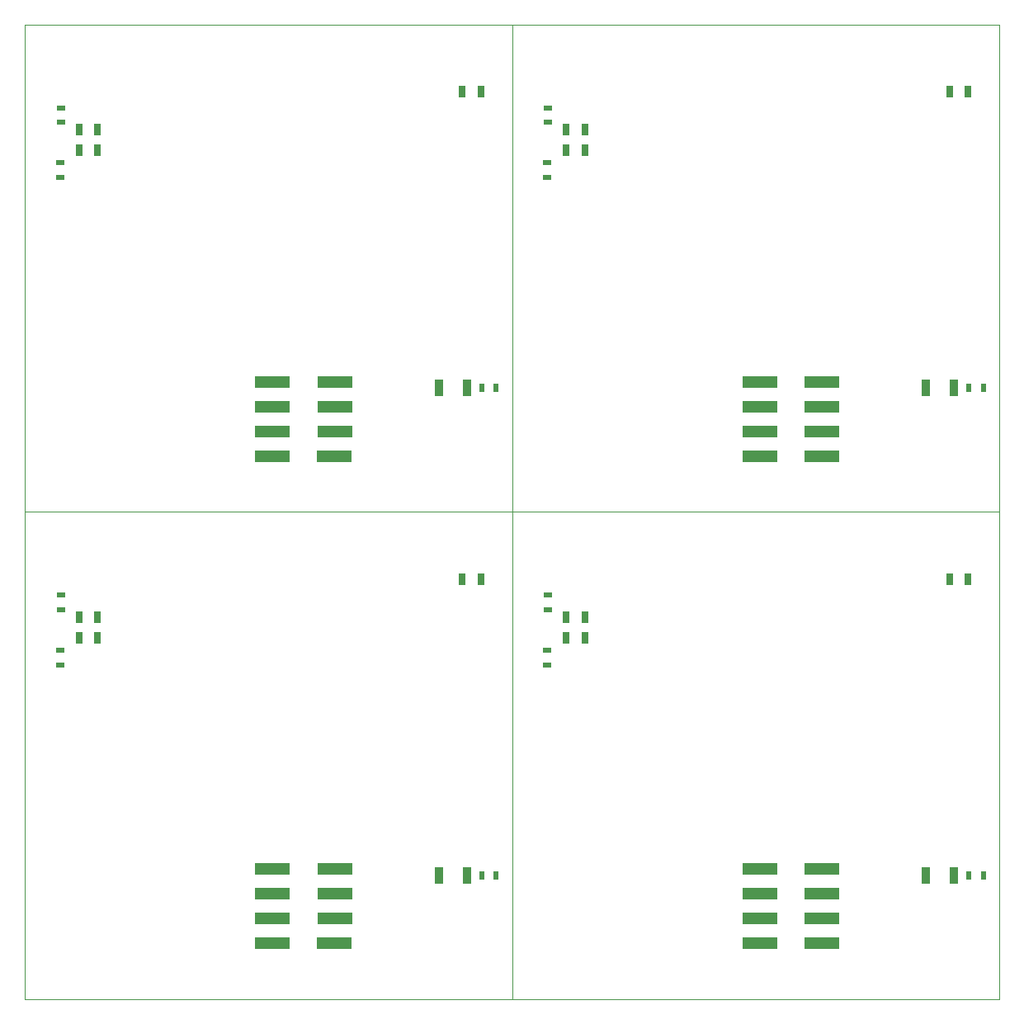
<source format=gbr>
G04 #@! TF.FileFunction,Paste,Bot*
%FSLAX46Y46*%
G04 Gerber Fmt 4.6, Leading zero omitted, Abs format (unit mm)*
G04 Created by KiCad (PCBNEW 4.0.4+dfsg1-stable) date Sun Feb 12 12:23:04 2017*
%MOMM*%
%LPD*%
G01*
G04 APERTURE LIST*
%ADD10C,0.100000*%
%ADD11R,0.500000X0.900000*%
%ADD12R,0.900000X1.700000*%
%ADD13R,3.600000X1.270000*%
%ADD14R,0.700000X1.300000*%
%ADD15R,0.900000X0.500000*%
G04 APERTURE END LIST*
D10*
X91000000Y-40000000D02*
X191000000Y-40000000D01*
X91000000Y-90000000D02*
X191000000Y-90000000D01*
X141000000Y-40000000D02*
X141000000Y-140000000D01*
X91000000Y-140000000D02*
X191000000Y-140000000D01*
X91000000Y-40000000D02*
X91000000Y-140000000D01*
X191000000Y-40000000D02*
X191000000Y-140000000D01*
D11*
X139350000Y-127300000D03*
X137850000Y-127300000D03*
D12*
X133450000Y-127300000D03*
X136350000Y-127300000D03*
D13*
X116400000Y-126660000D03*
X116400000Y-129200000D03*
X116400000Y-131740000D03*
X122800000Y-126660000D03*
X122800000Y-129200000D03*
X122775000Y-134280000D03*
X122800000Y-131740000D03*
X116425000Y-134280000D03*
D14*
X135900000Y-96900000D03*
X137800000Y-96900000D03*
X98450000Y-100800000D03*
X96550000Y-100800000D03*
D15*
X94700000Y-98550000D03*
X94700000Y-100050000D03*
D14*
X98450000Y-102900000D03*
X96550000Y-102900000D03*
D15*
X94600000Y-105700000D03*
X94600000Y-104200000D03*
D11*
X189350000Y-127300000D03*
X187850000Y-127300000D03*
D12*
X183450000Y-127300000D03*
X186350000Y-127300000D03*
D13*
X166400000Y-126660000D03*
X166400000Y-129200000D03*
X166400000Y-131740000D03*
X172800000Y-126660000D03*
X172800000Y-129200000D03*
X172775000Y-134280000D03*
X172800000Y-131740000D03*
X166425000Y-134280000D03*
D14*
X185900000Y-96900000D03*
X187800000Y-96900000D03*
X148450000Y-100800000D03*
X146550000Y-100800000D03*
D15*
X144700000Y-98550000D03*
X144700000Y-100050000D03*
D14*
X148450000Y-102900000D03*
X146550000Y-102900000D03*
D15*
X144600000Y-105700000D03*
X144600000Y-104200000D03*
D11*
X189350000Y-77300000D03*
X187850000Y-77300000D03*
D12*
X183450000Y-77300000D03*
X186350000Y-77300000D03*
D13*
X166400000Y-76660000D03*
X166400000Y-79200000D03*
X166400000Y-81740000D03*
X172800000Y-76660000D03*
X172800000Y-79200000D03*
X172775000Y-84280000D03*
X172800000Y-81740000D03*
X166425000Y-84280000D03*
D14*
X185900000Y-46900000D03*
X187800000Y-46900000D03*
X148450000Y-50800000D03*
X146550000Y-50800000D03*
D15*
X144700000Y-48550000D03*
X144700000Y-50050000D03*
D14*
X148450000Y-52900000D03*
X146550000Y-52900000D03*
D15*
X144600000Y-55700000D03*
X144600000Y-54200000D03*
D12*
X133450000Y-77300000D03*
X136350000Y-77300000D03*
D14*
X98450000Y-52900000D03*
X96550000Y-52900000D03*
X135900000Y-46900000D03*
X137800000Y-46900000D03*
X98450000Y-50800000D03*
X96550000Y-50800000D03*
D11*
X139350000Y-77300000D03*
X137850000Y-77300000D03*
D15*
X94700000Y-48550000D03*
X94700000Y-50050000D03*
X94600000Y-55700000D03*
X94600000Y-54200000D03*
D13*
X116400000Y-76660000D03*
X116400000Y-79200000D03*
X116400000Y-81740000D03*
X122800000Y-76660000D03*
X122800000Y-79200000D03*
X122775000Y-84280000D03*
X122800000Y-81740000D03*
X116425000Y-84280000D03*
M02*

</source>
